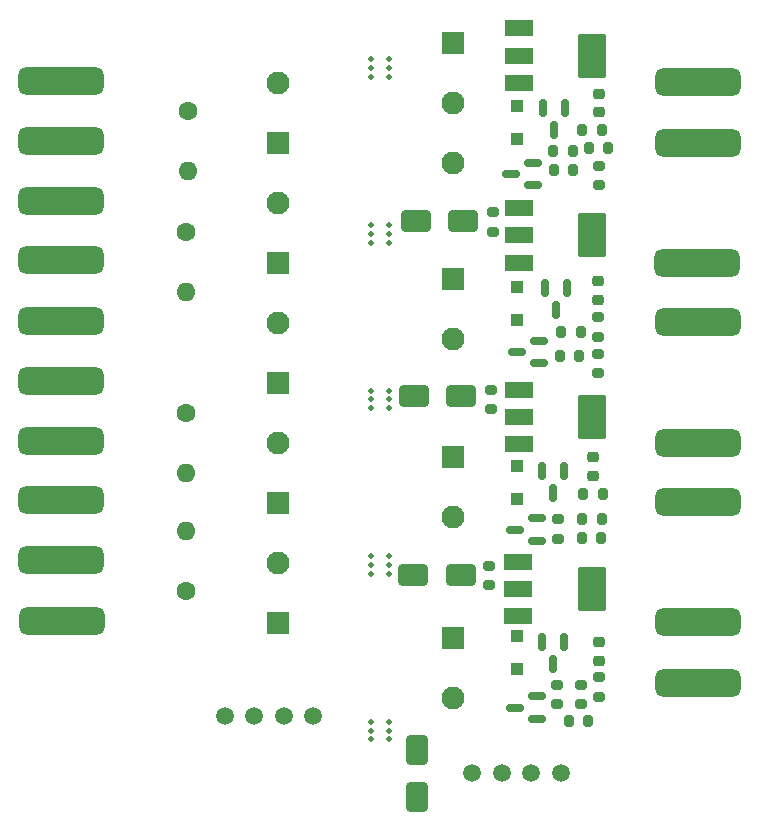
<source format=gbr>
%TF.GenerationSoftware,KiCad,Pcbnew,7.0.11*%
%TF.CreationDate,2024-11-05T15:47:57-05:00*%
%TF.ProjectId,14.X.4 - PMOS - PLC Connector Combined,31342e58-2e34-4202-9d20-504d4f53202d,rev?*%
%TF.SameCoordinates,Original*%
%TF.FileFunction,Soldermask,Top*%
%TF.FilePolarity,Negative*%
%FSLAX46Y46*%
G04 Gerber Fmt 4.6, Leading zero omitted, Abs format (unit mm)*
G04 Created by KiCad (PCBNEW 7.0.11) date 2024-11-05 15:47:57*
%MOMM*%
%LPD*%
G01*
G04 APERTURE LIST*
G04 Aperture macros list*
%AMRoundRect*
0 Rectangle with rounded corners*
0 $1 Rounding radius*
0 $2 $3 $4 $5 $6 $7 $8 $9 X,Y pos of 4 corners*
0 Add a 4 corners polygon primitive as box body*
4,1,4,$2,$3,$4,$5,$6,$7,$8,$9,$2,$3,0*
0 Add four circle primitives for the rounded corners*
1,1,$1+$1,$2,$3*
1,1,$1+$1,$4,$5*
1,1,$1+$1,$6,$7*
1,1,$1+$1,$8,$9*
0 Add four rect primitives between the rounded corners*
20,1,$1+$1,$2,$3,$4,$5,0*
20,1,$1+$1,$4,$5,$6,$7,0*
20,1,$1+$1,$6,$7,$8,$9,0*
20,1,$1+$1,$8,$9,$2,$3,0*%
G04 Aperture macros list end*
%ADD10RoundRect,0.218750X0.256250X-0.218750X0.256250X0.218750X-0.256250X0.218750X-0.256250X-0.218750X0*%
%ADD11RoundRect,0.200000X0.200000X0.275000X-0.200000X0.275000X-0.200000X-0.275000X0.200000X-0.275000X0*%
%ADD12RoundRect,0.200000X-0.200000X-0.275000X0.200000X-0.275000X0.200000X0.275000X-0.200000X0.275000X0*%
%ADD13RoundRect,0.200000X0.275000X-0.200000X0.275000X0.200000X-0.275000X0.200000X-0.275000X-0.200000X0*%
%ADD14RoundRect,0.200000X-0.275000X0.200000X-0.275000X-0.200000X0.275000X-0.200000X0.275000X0.200000X0*%
%ADD15RoundRect,0.150000X-0.150000X0.587500X-0.150000X-0.587500X0.150000X-0.587500X0.150000X0.587500X0*%
%ADD16RoundRect,0.250000X0.300000X-0.300000X0.300000X0.300000X-0.300000X0.300000X-0.300000X-0.300000X0*%
%ADD17RoundRect,0.150000X0.587500X0.150000X-0.587500X0.150000X-0.587500X-0.150000X0.587500X-0.150000X0*%
%ADD18C,1.950000*%
%ADD19R,1.950000X1.950000*%
%ADD20RoundRect,0.572500X-3.045750X-0.572500X3.045750X-0.572500X3.045750X0.572500X-3.045750X0.572500X0*%
%ADD21C,0.500000*%
%ADD22RoundRect,0.102000X-1.100000X-1.750000X1.100000X-1.750000X1.100000X1.750000X-1.100000X1.750000X0*%
%ADD23RoundRect,0.102000X-1.100000X-0.600000X1.100000X-0.600000X1.100000X0.600000X-1.100000X0.600000X0*%
%ADD24RoundRect,0.250000X-0.650000X1.000000X-0.650000X-1.000000X0.650000X-1.000000X0.650000X1.000000X0*%
%ADD25RoundRect,0.250000X-1.000000X-0.650000X1.000000X-0.650000X1.000000X0.650000X-1.000000X0.650000X0*%
%ADD26C,1.600000*%
%ADD27O,1.600000X1.600000*%
%ADD28C,1.498600*%
G04 APERTURE END LIST*
D10*
%TO.C,D4*%
X119310000Y-105625000D03*
X119310000Y-104050000D03*
%TD*%
D11*
%TO.C,R21*%
X116630000Y-93420000D03*
X118280000Y-93420000D03*
%TD*%
D12*
%TO.C,R20*%
X118180000Y-95470000D03*
X116530000Y-95470000D03*
%TD*%
D13*
%TO.C,R19*%
X116330000Y-123310000D03*
X116330000Y-124960000D03*
%TD*%
D12*
%TO.C,R18*%
X120065000Y-109310000D03*
X118415000Y-109310000D03*
%TD*%
%TO.C,R17*%
X118425000Y-76360000D03*
X120075000Y-76360000D03*
%TD*%
D11*
%TO.C,R8*%
X117280000Y-126420000D03*
X118930000Y-126420000D03*
%TD*%
D13*
%TO.C,R5*%
X116360000Y-109330000D03*
X116360000Y-110980000D03*
%TD*%
D12*
%TO.C,R4*%
X115980000Y-78170000D03*
X117630000Y-78170000D03*
%TD*%
D13*
%TO.C,R15*%
X119760000Y-95315000D03*
X119760000Y-96965000D03*
%TD*%
D11*
%TO.C,R14*%
X118380000Y-110880000D03*
X120030000Y-110880000D03*
%TD*%
D14*
%TO.C,R13*%
X118280000Y-124960000D03*
X118280000Y-123310000D03*
%TD*%
D11*
%TO.C,R2*%
X118990000Y-77900000D03*
X120640000Y-77900000D03*
%TD*%
D15*
%TO.C,Q4*%
X116030000Y-76380000D03*
X115080000Y-74505000D03*
X116980000Y-74505000D03*
%TD*%
%TO.C,Q3*%
X116180000Y-91617500D03*
X115230000Y-89742500D03*
X117130000Y-89742500D03*
%TD*%
%TO.C,Q2*%
X115950000Y-107115000D03*
X115000000Y-105240000D03*
X116900000Y-105240000D03*
%TD*%
%TO.C,Q1*%
X115930000Y-121575000D03*
X114980000Y-119700000D03*
X116880000Y-119700000D03*
%TD*%
D16*
%TO.C,D8*%
X112900000Y-119200000D03*
X112900000Y-122000000D03*
%TD*%
%TO.C,D7*%
X112890000Y-104770000D03*
X112890000Y-107570000D03*
%TD*%
%TO.C,D6*%
X112930000Y-89667500D03*
X112930000Y-92467500D03*
%TD*%
%TO.C,D5*%
X112910000Y-74330000D03*
X112910000Y-77130000D03*
%TD*%
D14*
%TO.C,R3*%
X110890000Y-84965000D03*
X110890000Y-83315000D03*
%TD*%
%TO.C,R7*%
X110530000Y-114880000D03*
X110530000Y-113230000D03*
%TD*%
D17*
%TO.C,D307*%
X112400000Y-80070000D03*
X114275000Y-79120000D03*
X114275000Y-81020000D03*
%TD*%
D18*
%TO.C,J317*%
X107500000Y-94080000D03*
D19*
X107500000Y-89000000D03*
%TD*%
D20*
%TO.C,J302*%
X128210000Y-118050000D03*
%TD*%
D21*
%TO.C,mouse-bite-2mm-slot*%
X100550000Y-85890000D03*
X102050000Y-85890000D03*
X100550000Y-85140000D03*
X102050000Y-85140000D03*
X100550000Y-84390000D03*
X102050000Y-84390000D03*
%TD*%
%TO.C,mouse-bite-2mm-slot*%
X100550000Y-127950000D03*
X102050000Y-127950000D03*
X100550000Y-127200000D03*
X102050000Y-127200000D03*
X100550000Y-126450000D03*
X102050000Y-126450000D03*
%TD*%
D10*
%TO.C,D3*%
X119840000Y-119705000D03*
X119840000Y-121280000D03*
%TD*%
D20*
%TO.C,J310*%
X128240000Y-72320000D03*
%TD*%
D22*
%TO.C,U1*%
X119270000Y-70050000D03*
D23*
X113070000Y-72350000D03*
X113070000Y-70050000D03*
X113070000Y-67750000D03*
%TD*%
D20*
%TO.C,J210*%
X74278250Y-72187224D03*
%TD*%
D22*
%TO.C,U3*%
X119230000Y-100630000D03*
D23*
X113030000Y-102930000D03*
X113030000Y-100630000D03*
X113030000Y-98330000D03*
%TD*%
D20*
%TO.C,J209*%
X74278250Y-77245000D03*
%TD*%
D14*
%TO.C,R6*%
X110680000Y-99985000D03*
X110680000Y-98335000D03*
%TD*%
D24*
%TO.C,D303*%
X104400000Y-128862500D03*
X104400000Y-132862500D03*
%TD*%
D20*
%TO.C,J314*%
X128230000Y-102820000D03*
%TD*%
D17*
%TO.C,D306*%
X112695000Y-110180000D03*
X114570000Y-109230000D03*
X114570000Y-111130000D03*
%TD*%
D20*
%TO.C,J311*%
X128260000Y-92650000D03*
%TD*%
D22*
%TO.C,U4*%
X119220000Y-115210000D03*
D23*
X113020000Y-117510000D03*
X113020000Y-115210000D03*
X113020000Y-112910000D03*
%TD*%
D20*
%TO.C,J206*%
X74308250Y-92488334D03*
%TD*%
%TO.C,J306*%
X128180000Y-87590000D03*
%TD*%
%TO.C,J307*%
X128230000Y-123140000D03*
%TD*%
D25*
%TO.C,D302*%
X104120000Y-113990000D03*
X108120000Y-113990000D03*
%TD*%
D12*
%TO.C,R12*%
X120170000Y-107180000D03*
X118520000Y-107180000D03*
%TD*%
D20*
%TO.C,J202*%
X74298250Y-112799446D03*
%TD*%
%TO.C,J309*%
X128230000Y-77420000D03*
%TD*%
D22*
%TO.C,U2*%
X119290000Y-85280000D03*
D23*
X113090000Y-87580000D03*
X113090000Y-85280000D03*
X113090000Y-82980000D03*
%TD*%
D13*
%TO.C,R10*%
X119780000Y-92210000D03*
X119780000Y-93860000D03*
%TD*%
D26*
%TO.C,R204*%
X85008250Y-74782224D03*
D27*
X85008250Y-79862224D03*
%TD*%
D19*
%TO.C,J222*%
X92640000Y-97740000D03*
D18*
X92640000Y-92660000D03*
%TD*%
D20*
%TO.C,J203*%
X74308250Y-107721668D03*
%TD*%
D26*
%TO.C,R202*%
X84918250Y-100297224D03*
D27*
X84918250Y-105377224D03*
%TD*%
D20*
%TO.C,J315*%
X128210000Y-107880000D03*
%TD*%
%TO.C,J208*%
X74298250Y-82342778D03*
%TD*%
D19*
%TO.C,J224*%
X92640000Y-118060000D03*
D18*
X92640000Y-112980000D03*
%TD*%
D19*
%TO.C,J320*%
X107500000Y-104000000D03*
D18*
X107500000Y-109080000D03*
%TD*%
D25*
%TO.C,D301*%
X104160000Y-98860000D03*
X108160000Y-98860000D03*
%TD*%
D26*
%TO.C,R201*%
X84878250Y-115392224D03*
D27*
X84878250Y-110312224D03*
%TD*%
D28*
%TO.C,J226*%
X95660000Y-125970000D03*
X93160000Y-125970000D03*
X90660000Y-125970000D03*
X88160000Y-125970000D03*
%TD*%
D20*
%TO.C,J201*%
X74370000Y-117920000D03*
%TD*%
D17*
%TO.C,D308*%
X112885000Y-95170000D03*
X114760000Y-94220000D03*
X114760000Y-96120000D03*
%TD*%
D13*
%TO.C,R11*%
X119810000Y-122695000D03*
X119810000Y-124345000D03*
%TD*%
D19*
%TO.C,J318*%
X107500000Y-69000000D03*
D18*
X107500000Y-74080000D03*
X107500000Y-79160000D03*
%TD*%
D13*
%TO.C,R9*%
X119850000Y-79385000D03*
X119850000Y-81035000D03*
%TD*%
D17*
%TO.C,D305*%
X112695000Y-125250000D03*
X114570000Y-124300000D03*
X114570000Y-126200000D03*
%TD*%
D21*
%TO.C,mouse-bite-2mm-slot*%
X100550000Y-99910000D03*
X102050000Y-99910000D03*
X100550000Y-99160000D03*
X102050000Y-99160000D03*
X100550000Y-98410000D03*
X102050000Y-98410000D03*
%TD*%
D25*
%TO.C,D309*%
X108360000Y-84070000D03*
X104360000Y-84070000D03*
%TD*%
D21*
%TO.C,mouse-bite-2mm-slot*%
X100550000Y-113920000D03*
X102050000Y-113920000D03*
X100550000Y-113170000D03*
X102050000Y-113170000D03*
X100550000Y-112420000D03*
X102050000Y-112420000D03*
%TD*%
D26*
%TO.C,R203*%
X84918250Y-85002224D03*
D27*
X84918250Y-90082224D03*
%TD*%
D12*
%TO.C,R1*%
X117655000Y-79760000D03*
X116005000Y-79760000D03*
%TD*%
D20*
%TO.C,J204*%
X74298250Y-102653890D03*
%TD*%
%TO.C,J207*%
X74308250Y-87400556D03*
%TD*%
%TO.C,J205*%
X74280000Y-97590000D03*
%TD*%
D19*
%TO.C,J221*%
X92640000Y-107900000D03*
D18*
X92640000Y-102820000D03*
%TD*%
D19*
%TO.C,J223*%
X92640000Y-77420000D03*
D18*
X92640000Y-72340000D03*
%TD*%
D19*
%TO.C,J225*%
X92640000Y-87580000D03*
D18*
X92640000Y-82500000D03*
%TD*%
D10*
%TO.C,D2*%
X119780000Y-89135000D03*
X119780000Y-90710000D03*
%TD*%
D21*
%TO.C,mouse-bite-2mm-slot*%
X100540000Y-71860000D03*
X102040000Y-71860000D03*
X100540000Y-71110000D03*
X102040000Y-71110000D03*
X100540000Y-70360000D03*
X102040000Y-70360000D03*
%TD*%
D19*
%TO.C,J319*%
X107500000Y-119400000D03*
D18*
X107500000Y-124480000D03*
%TD*%
D10*
%TO.C,D1*%
X119810000Y-73292500D03*
X119810000Y-74867500D03*
%TD*%
D28*
%TO.C,J321*%
X116620000Y-130760000D03*
X114120000Y-130760000D03*
X111620000Y-130760000D03*
X109120000Y-130760000D03*
%TD*%
M02*

</source>
